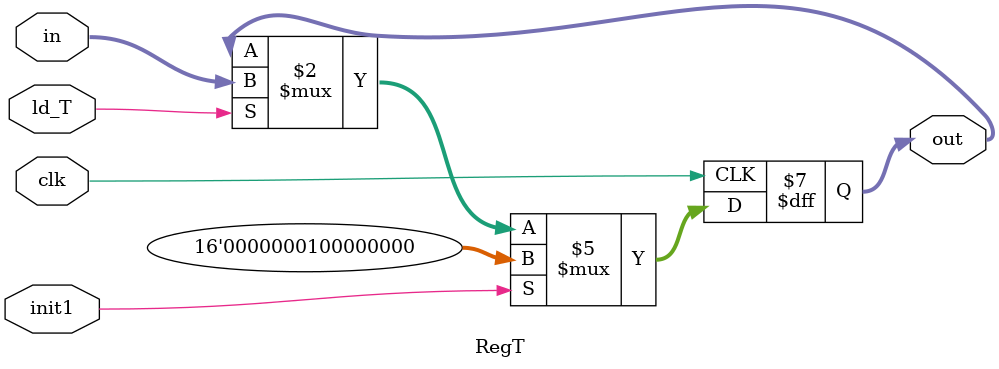
<source format=v>
`timescale 1ns/1ns

module RegT(input ld_T, init1, clk, input[15:0] in, output reg [15:0] out);

  always@ (posedge clk) begin
	 if (init1) out <= 16'b0000000100000000;
    else if(ld_T) out <=in;
  end
  
endmodule

</source>
